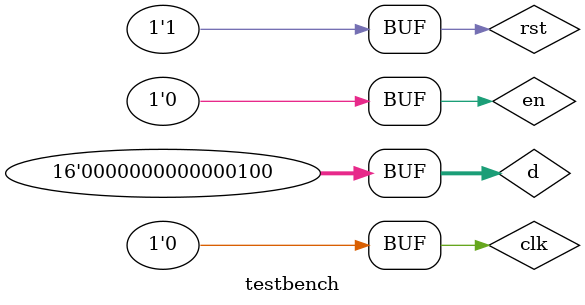
<source format=v>
`timescale 10ns / 1ns
module testbench(

    );
    reg clk,rst,en;
    reg [15:0]d;
    wire [15:0]f;
    fls fls(.clk(clk),.rst(rst),.en(en),.d(d),.f(f));
    initial begin
    clk=0;
    repeat(100)begin
        #2 clk=~clk;
        end
    end
    
    initial begin
    rst=0;
    #3 rst=1;
    end
    
    initial begin
        d = 16'D2;
        #13 d=16'D3;
        #8  d=d+16'D1;
        
    end
    
    initial begin
        en=1;
        #5 en=0;
        #4 en=1;
        #8 en=0;
         repeat(100)begin
            #4 en=~en;
         end
    end
endmodule

</source>
